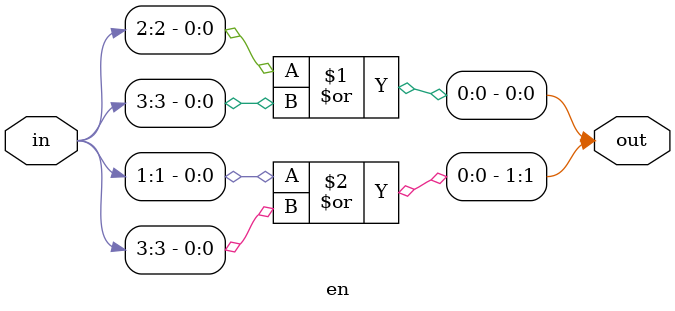
<source format=v>
module en(input wire [3:0] in,output [1:0] out);
assign out[0]= in [2] | in [3];
assign out[1]= in [1] | in [3];
endmodule

</source>
